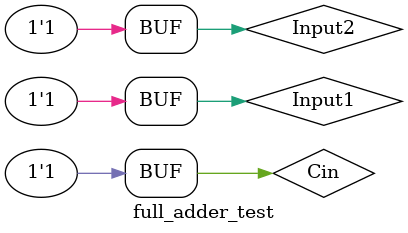
<source format=v>
`timescale 1ns / 10ps


module full_adder_test();
    reg  Input1;
    reg  Input2; 
    reg  Cin; 
    wire  Sum;
    wire  Cout;
    
    full_adder uut(.A(Input1),.B(Input2), .Cin(Cin),.S(Sum),.Cout(Cout));
    initial begin
        Input1=0;    Input2=0; Cin=0; #125;
        Input1=0;    Input2=0; Cin=1; #125;
        Input1=0;    Input2=1; Cin=0; #125;
        Input1=0;    Input2=1; Cin=1; #125;
        Input1=1;    Input2=0; Cin=0; #125;
        Input1=1;    Input2=0; Cin=1; #125;
        Input1=1;    Input2=1; Cin=0; #125;
        Input1=1;    Input2=1; Cin=1; #125;
     end
endmodule
</source>
